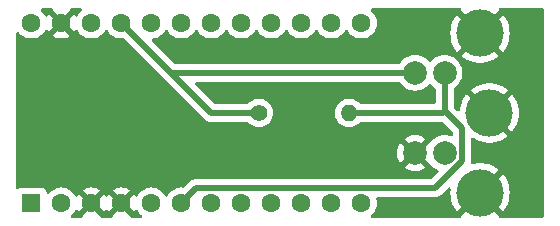
<source format=gtl>
G04 #@! TF.GenerationSoftware,KiCad,Pcbnew,8.0.3*
G04 #@! TF.CreationDate,2024-06-25T16:21:06+09:00*
G04 #@! TF.ProjectId,adb-usb-converter,6164622d-7573-4622-9d63-6f6e76657274,rev?*
G04 #@! TF.SameCoordinates,Original*
G04 #@! TF.FileFunction,Copper,L1,Top*
G04 #@! TF.FilePolarity,Positive*
%FSLAX46Y46*%
G04 Gerber Fmt 4.6, Leading zero omitted, Abs format (unit mm)*
G04 Created by KiCad (PCBNEW 8.0.3) date 2024-06-25 16:21:06*
%MOMM*%
%LPD*%
G01*
G04 APERTURE LIST*
G04 #@! TA.AperFunction,ComponentPad*
%ADD10C,4.000000*%
G04 #@! TD*
G04 #@! TA.AperFunction,ComponentPad*
%ADD11C,2.000000*%
G04 #@! TD*
G04 #@! TA.AperFunction,ComponentPad*
%ADD12C,1.400000*%
G04 #@! TD*
G04 #@! TA.AperFunction,ComponentPad*
%ADD13O,1.400000X1.400000*%
G04 #@! TD*
G04 #@! TA.AperFunction,ComponentPad*
%ADD14R,1.600000X1.600000*%
G04 #@! TD*
G04 #@! TA.AperFunction,ComponentPad*
%ADD15C,1.600000*%
G04 #@! TD*
G04 #@! TA.AperFunction,Conductor*
%ADD16C,0.500000*%
G04 #@! TD*
G04 APERTURE END LIST*
D10*
X144950000Y6750000D03*
X145750000Y0D03*
X144950000Y-6750000D03*
D11*
X141950000Y3400000D03*
X139450000Y3400000D03*
X141950000Y-3400000D03*
X139450000Y-3400000D03*
D12*
X126238000Y0D03*
D13*
X133858000Y0D03*
D14*
X106965001Y-7620000D03*
D15*
X109505001Y-7620000D03*
X112045001Y-7620000D03*
X114585001Y-7620000D03*
X117125001Y-7620000D03*
X119665001Y-7620000D03*
X122205001Y-7620000D03*
X124745001Y-7620000D03*
X127285001Y-7620000D03*
X129825001Y-7620000D03*
X132365001Y-7620000D03*
X134905001Y-7620000D03*
X134905001Y7620000D03*
X132365001Y7620000D03*
X129825001Y7620000D03*
X127285001Y7620000D03*
X124745001Y7620000D03*
X122205001Y7620000D03*
X119665001Y7620000D03*
X117125001Y7620000D03*
X114585001Y7620000D03*
X112045001Y7620000D03*
X109505001Y7620000D03*
X106965001Y7620000D03*
D16*
X122205001Y0D02*
X126238000Y0D01*
X114585001Y7620000D02*
X122205001Y0D01*
X139450000Y3400000D02*
X118805001Y3400000D01*
X118805001Y3400000D02*
X114585001Y7620000D01*
X120915002Y-6369999D02*
X119665001Y-7620000D01*
X133858000Y0D02*
X141776002Y0D01*
X141950000Y173998D02*
X143400001Y-1276003D01*
X141776002Y0D02*
X141950000Y173998D01*
X141126003Y-6369999D02*
X120915002Y-6369999D01*
X141950000Y3400000D02*
X141950000Y173998D01*
X143400001Y-4096001D02*
X141126003Y-6369999D01*
X143400001Y-1276003D02*
X143400001Y-4096001D01*
G04 #@! TA.AperFunction,Conductor*
G36*
X111532483Y-7832292D02*
G01*
X111604891Y-7957708D01*
X111707293Y-8060110D01*
X111832709Y-8132518D01*
X111879227Y-8144982D01*
X111317111Y-8707098D01*
X111318898Y-8727519D01*
X111304908Y-8797124D01*
X111255509Y-8848116D01*
X111193377Y-8864500D01*
X110408592Y-8864500D01*
X110340471Y-8844498D01*
X110293978Y-8790842D01*
X110283874Y-8720568D01*
X110313368Y-8655988D01*
X110336321Y-8635287D01*
X110339683Y-8632932D01*
X110349301Y-8626198D01*
X110511199Y-8464300D01*
X110642524Y-8276749D01*
X110661082Y-8236950D01*
X110707996Y-8183667D01*
X110776273Y-8164205D01*
X110844233Y-8184745D01*
X110889470Y-8236949D01*
X110907914Y-8276500D01*
X110907914Y-8276501D01*
X110957900Y-8347888D01*
X111520017Y-7785771D01*
X111532483Y-7832292D01*
G37*
G04 #@! TD.AperFunction*
G04 #@! TA.AperFunction,Conductor*
G36*
X114072483Y-7832292D02*
G01*
X114144891Y-7957708D01*
X114247293Y-8060110D01*
X114372709Y-8132518D01*
X114419227Y-8144982D01*
X113857111Y-8707098D01*
X113858898Y-8727519D01*
X113844908Y-8797124D01*
X113795509Y-8848116D01*
X113733377Y-8864500D01*
X112896624Y-8864500D01*
X112828503Y-8844498D01*
X112782010Y-8790842D01*
X112771103Y-8727519D01*
X112772889Y-8707097D01*
X112210774Y-8144982D01*
X112257293Y-8132518D01*
X112382709Y-8060110D01*
X112485111Y-7957708D01*
X112557519Y-7832292D01*
X112569983Y-7785773D01*
X113132098Y-8347888D01*
X113132100Y-8347888D01*
X113182089Y-8276497D01*
X113200806Y-8236359D01*
X113247723Y-8183074D01*
X113316000Y-8163613D01*
X113383960Y-8184155D01*
X113429196Y-8236359D01*
X113447914Y-8276501D01*
X113497900Y-8347888D01*
X114060017Y-7785771D01*
X114072483Y-7832292D01*
G37*
G04 #@! TD.AperFunction*
G04 #@! TA.AperFunction,Conductor*
G36*
X115672098Y-8347888D02*
G01*
X115672100Y-8347888D01*
X115722089Y-8276497D01*
X115740530Y-8236951D01*
X115787447Y-8183666D01*
X115855724Y-8164205D01*
X115923684Y-8184747D01*
X115968920Y-8236951D01*
X115987478Y-8276749D01*
X116118803Y-8464300D01*
X116280701Y-8626198D01*
X116280704Y-8626200D01*
X116293681Y-8635287D01*
X116338009Y-8690745D01*
X116345318Y-8761364D01*
X116313287Y-8824724D01*
X116252085Y-8860709D01*
X116221410Y-8864500D01*
X115436624Y-8864500D01*
X115368503Y-8844498D01*
X115322010Y-8790842D01*
X115311103Y-8727519D01*
X115312889Y-8707097D01*
X114750774Y-8144982D01*
X114797293Y-8132518D01*
X114922709Y-8060110D01*
X115025111Y-7957708D01*
X115097519Y-7832292D01*
X115109983Y-7785773D01*
X115672098Y-8347888D01*
G37*
G04 #@! TD.AperFunction*
G04 #@! TA.AperFunction,Conductor*
G36*
X142376565Y-6296283D02*
G01*
X142433401Y-6338830D01*
X142458212Y-6405350D01*
X142456712Y-6431038D01*
X142457352Y-6431119D01*
X142456854Y-6435055D01*
X142437041Y-6749993D01*
X142437041Y-6750006D01*
X142456854Y-7064944D01*
X142456856Y-7064961D01*
X142515989Y-7374942D01*
X142515992Y-7374955D01*
X142613509Y-7675079D01*
X142613513Y-7675088D01*
X142747875Y-7960622D01*
X142747882Y-7960636D01*
X142916969Y-8227075D01*
X142916971Y-8227078D01*
X143006042Y-8334746D01*
X143889621Y-7451167D01*
X143981298Y-7577349D01*
X144122651Y-7718702D01*
X144248831Y-7810377D01*
X143362522Y-8696686D01*
X143365035Y-8728614D01*
X143350439Y-8798094D01*
X143300596Y-8848654D01*
X143239423Y-8864500D01*
X135808592Y-8864500D01*
X135740471Y-8844498D01*
X135693978Y-8790842D01*
X135683874Y-8720568D01*
X135713368Y-8655988D01*
X135736321Y-8635287D01*
X135739683Y-8632932D01*
X135749301Y-8626198D01*
X135911199Y-8464300D01*
X136042524Y-8276749D01*
X136139285Y-8069243D01*
X136198544Y-7848087D01*
X136218499Y-7620000D01*
X136198544Y-7391913D01*
X136170462Y-7287110D01*
X136172152Y-7216133D01*
X136211946Y-7157338D01*
X136277211Y-7129390D01*
X136292169Y-7128499D01*
X141200704Y-7128499D01*
X141200708Y-7128499D01*
X141200709Y-7128499D01*
X141273979Y-7113924D01*
X141347250Y-7099350D01*
X141485287Y-7042173D01*
X141609518Y-6959165D01*
X142243441Y-6325241D01*
X142305750Y-6291219D01*
X142376565Y-6296283D01*
G37*
G04 #@! TD.AperFunction*
G04 #@! TA.AperFunction,Conductor*
G36*
X143307544Y8844498D02*
G01*
X143354037Y8790842D01*
X143365035Y8728614D01*
X143362522Y8696686D01*
X144248831Y7810377D01*
X144122651Y7718702D01*
X143981298Y7577349D01*
X143889621Y7451166D01*
X143006042Y8334746D01*
X143006041Y8334746D01*
X142916971Y8227078D01*
X142916969Y8227075D01*
X142747882Y7960636D01*
X142747875Y7960622D01*
X142613513Y7675088D01*
X142613509Y7675079D01*
X142515992Y7374955D01*
X142515989Y7374942D01*
X142456856Y7064961D01*
X142456854Y7064944D01*
X142437041Y6750006D01*
X142437041Y6749993D01*
X142456854Y6435055D01*
X142456856Y6435038D01*
X142515989Y6125057D01*
X142515992Y6125044D01*
X142613509Y5824920D01*
X142613513Y5824911D01*
X142747875Y5539377D01*
X142747882Y5539363D01*
X142916969Y5272924D01*
X142916972Y5272921D01*
X143006042Y5165252D01*
X143889622Y6048832D01*
X143981298Y5922651D01*
X144122651Y5781298D01*
X144248831Y5689622D01*
X143362522Y4803312D01*
X143362522Y4803310D01*
X143603486Y4628240D01*
X143880034Y4476207D01*
X144173460Y4360031D01*
X144173466Y4360029D01*
X144479103Y4281555D01*
X144479130Y4281550D01*
X144792195Y4242001D01*
X144792214Y4242000D01*
X145107786Y4242000D01*
X145107804Y4242001D01*
X145420869Y4281550D01*
X145420896Y4281555D01*
X145726533Y4360029D01*
X145726539Y4360031D01*
X146019965Y4476207D01*
X146296513Y4628240D01*
X146537476Y4803310D01*
X146537476Y4803311D01*
X145651166Y5689621D01*
X145777349Y5781298D01*
X145918702Y5922651D01*
X146010377Y6048831D01*
X146893956Y5165252D01*
X146893957Y5165252D01*
X146983028Y5272921D01*
X146983030Y5272924D01*
X147152117Y5539363D01*
X147152124Y5539377D01*
X147286486Y5824911D01*
X147286490Y5824920D01*
X147384007Y6125044D01*
X147384010Y6125057D01*
X147443143Y6435038D01*
X147443145Y6435055D01*
X147462959Y6749993D01*
X147462959Y6750006D01*
X147443145Y7064944D01*
X147443143Y7064961D01*
X147384010Y7374942D01*
X147384007Y7374955D01*
X147286490Y7675079D01*
X147286486Y7675088D01*
X147152124Y7960622D01*
X147152117Y7960636D01*
X146983033Y8227071D01*
X146983030Y8227075D01*
X146893956Y8334746D01*
X146010377Y7451167D01*
X145918702Y7577349D01*
X145777349Y7718702D01*
X145651168Y7810377D01*
X146537476Y8696686D01*
X146534964Y8728614D01*
X146549560Y8798094D01*
X146599403Y8848654D01*
X146660576Y8864500D01*
X150216500Y8864500D01*
X150284621Y8844498D01*
X150331114Y8790842D01*
X150342500Y8738500D01*
X150342500Y-8738500D01*
X150322498Y-8806621D01*
X150268842Y-8853114D01*
X150216500Y-8864500D01*
X146660576Y-8864500D01*
X146592455Y-8844498D01*
X146545962Y-8790842D01*
X146534964Y-8728614D01*
X146537476Y-8696686D01*
X145651168Y-7810377D01*
X145777349Y-7718702D01*
X145918702Y-7577349D01*
X146010377Y-7451167D01*
X146893956Y-8334746D01*
X146983030Y-8227075D01*
X146983033Y-8227071D01*
X147152117Y-7960636D01*
X147152124Y-7960622D01*
X147286486Y-7675088D01*
X147286490Y-7675079D01*
X147384007Y-7374955D01*
X147384010Y-7374942D01*
X147443143Y-7064961D01*
X147443145Y-7064944D01*
X147462959Y-6750006D01*
X147462959Y-6749993D01*
X147443145Y-6435055D01*
X147443143Y-6435038D01*
X147384010Y-6125057D01*
X147384007Y-6125044D01*
X147286490Y-5824920D01*
X147286486Y-5824911D01*
X147152124Y-5539377D01*
X147152117Y-5539363D01*
X146983030Y-5272924D01*
X146983028Y-5272921D01*
X146893956Y-5165252D01*
X146010377Y-6048831D01*
X145918702Y-5922651D01*
X145777349Y-5781298D01*
X145651167Y-5689621D01*
X146537476Y-4803312D01*
X146537476Y-4803310D01*
X146296513Y-4628240D01*
X146019965Y-4476207D01*
X145726539Y-4360031D01*
X145726533Y-4360029D01*
X145420896Y-4281555D01*
X145420869Y-4281550D01*
X145107804Y-4242001D01*
X145107786Y-4242000D01*
X144792214Y-4242000D01*
X144792195Y-4242001D01*
X144479130Y-4281550D01*
X144479118Y-4281552D01*
X144311996Y-4324462D01*
X144241041Y-4322029D01*
X144182665Y-4281621D01*
X144155402Y-4216067D01*
X144157083Y-4177834D01*
X144158501Y-4170706D01*
X144158501Y-4021296D01*
X144158501Y-2191055D01*
X144178503Y-2122934D01*
X144232159Y-2076441D01*
X144302433Y-2066337D01*
X144358563Y-2089119D01*
X144403491Y-2121762D01*
X144680034Y-2273792D01*
X144973460Y-2389968D01*
X144973466Y-2389970D01*
X145279103Y-2468444D01*
X145279130Y-2468449D01*
X145592195Y-2507998D01*
X145592214Y-2508000D01*
X145907786Y-2508000D01*
X145907804Y-2507998D01*
X146220869Y-2468449D01*
X146220896Y-2468444D01*
X146526533Y-2389970D01*
X146526539Y-2389968D01*
X146819965Y-2273792D01*
X147096512Y-2121759D01*
X147337476Y-1946688D01*
X147337476Y-1946686D01*
X146250000Y-859210D01*
X146250000Y-140790D01*
X147693956Y-1584746D01*
X147783030Y-1477075D01*
X147783033Y-1477071D01*
X147952117Y-1210636D01*
X147952124Y-1210622D01*
X148086486Y-925088D01*
X148086490Y-925079D01*
X148184007Y-624955D01*
X148184010Y-624942D01*
X148243143Y-314961D01*
X148243145Y-314944D01*
X148262959Y-6D01*
X148262959Y6D01*
X148243145Y314944D01*
X148243143Y314961D01*
X148184010Y624942D01*
X148184007Y624955D01*
X148086490Y925079D01*
X148086486Y925088D01*
X147952124Y1210622D01*
X147952117Y1210636D01*
X147783033Y1477071D01*
X147783030Y1477075D01*
X147693956Y1584746D01*
X146250000Y140790D01*
X146250000Y859209D01*
X147337476Y1946686D01*
X147337476Y1946688D01*
X147096512Y2121759D01*
X146819965Y2273792D01*
X146526539Y2389968D01*
X146526533Y2389970D01*
X146220896Y2468444D01*
X146220869Y2468449D01*
X145907804Y2507998D01*
X145907786Y2508000D01*
X145592214Y2508000D01*
X145592195Y2507998D01*
X145279130Y2468449D01*
X145279103Y2468444D01*
X144973466Y2389970D01*
X144973460Y2389968D01*
X144680034Y2273792D01*
X144403482Y2121756D01*
X144162522Y1946688D01*
X144162522Y1946686D01*
X145250000Y859208D01*
X145250000Y140789D01*
X143806042Y1584746D01*
X143806041Y1584746D01*
X143716971Y1477078D01*
X143716969Y1477075D01*
X143547882Y1210636D01*
X143547875Y1210622D01*
X143413513Y925088D01*
X143413509Y925079D01*
X143315992Y624955D01*
X143315989Y624942D01*
X143256856Y314961D01*
X143256854Y314945D01*
X143252173Y240534D01*
X143227933Y173804D01*
X143171464Y130772D01*
X143100694Y125101D01*
X143038093Y158591D01*
X143037545Y159133D01*
X142745402Y451276D01*
X142711379Y513586D01*
X142708500Y540369D01*
X142708500Y2025035D01*
X142728502Y2093156D01*
X142768663Y2132466D01*
X142839416Y2175824D01*
X142839417Y2175825D01*
X142839419Y2175826D01*
X143019969Y2330030D01*
X143174173Y2510580D01*
X143174174Y2510582D01*
X143174176Y2510584D01*
X143298240Y2713037D01*
X143389105Y2932406D01*
X143444535Y3163289D01*
X143463165Y3400000D01*
X143444535Y3636711D01*
X143389105Y3867594D01*
X143298240Y4086963D01*
X143174176Y4289416D01*
X143019969Y4469969D01*
X142839416Y4624176D01*
X142636963Y4748240D01*
X142417594Y4839105D01*
X142186711Y4894535D01*
X141950000Y4913165D01*
X141713289Y4894535D01*
X141482406Y4839105D01*
X141263037Y4748240D01*
X141060584Y4624176D01*
X141060582Y4624174D01*
X141060580Y4624173D01*
X140880030Y4469969D01*
X140795811Y4371360D01*
X140736361Y4332551D01*
X140665366Y4332043D01*
X140605367Y4369999D01*
X140604189Y4371360D01*
X140519969Y4469969D01*
X140512665Y4476207D01*
X140339416Y4624176D01*
X140136963Y4748240D01*
X139917594Y4839105D01*
X139686711Y4894535D01*
X139450000Y4913165D01*
X139213289Y4894535D01*
X138982406Y4839105D01*
X138763037Y4748240D01*
X138560584Y4624176D01*
X138560582Y4624174D01*
X138560580Y4624173D01*
X138380030Y4469969D01*
X138225826Y4289419D01*
X138225825Y4289417D01*
X138225824Y4289416D01*
X138182466Y4218663D01*
X138129820Y4171034D01*
X138075035Y4158500D01*
X119171372Y4158500D01*
X119103251Y4178502D01*
X119082282Y4195399D01*
X117174616Y6103064D01*
X117140594Y6165373D01*
X117145658Y6236188D01*
X117188205Y6293024D01*
X117252732Y6317676D01*
X117353082Y6326456D01*
X117353084Y6326456D01*
X117353088Y6326457D01*
X117520276Y6371255D01*
X117574241Y6385715D01*
X117574247Y6385717D01*
X117781750Y6482477D01*
X117969297Y6613799D01*
X117969303Y6613804D01*
X118131196Y6775697D01*
X118131199Y6775700D01*
X118262524Y6963251D01*
X118280806Y7002457D01*
X118327723Y7055742D01*
X118396000Y7075203D01*
X118463960Y7054661D01*
X118509196Y7002457D01*
X118527478Y6963250D01*
X118658800Y6775703D01*
X118658805Y6775697D01*
X118820698Y6613804D01*
X118820704Y6613799D01*
X119008251Y6482477D01*
X119215754Y6385717D01*
X119215760Y6385715D01*
X119435070Y6326951D01*
X119436914Y6326457D01*
X119665001Y6306502D01*
X119893088Y6326457D01*
X120020772Y6360670D01*
X120114241Y6385715D01*
X120114247Y6385717D01*
X120321750Y6482477D01*
X120509297Y6613799D01*
X120509303Y6613804D01*
X120671196Y6775697D01*
X120671199Y6775700D01*
X120802524Y6963251D01*
X120820806Y7002457D01*
X120867723Y7055742D01*
X120936000Y7075203D01*
X121003960Y7054661D01*
X121049196Y7002457D01*
X121067478Y6963250D01*
X121198800Y6775703D01*
X121198805Y6775697D01*
X121360698Y6613804D01*
X121360704Y6613799D01*
X121548251Y6482477D01*
X121755754Y6385717D01*
X121755760Y6385715D01*
X121975070Y6326951D01*
X121976914Y6326457D01*
X122205001Y6306502D01*
X122433088Y6326457D01*
X122560772Y6360670D01*
X122654241Y6385715D01*
X122654247Y6385717D01*
X122861750Y6482477D01*
X123049297Y6613799D01*
X123049303Y6613804D01*
X123211196Y6775697D01*
X123211199Y6775700D01*
X123342524Y6963251D01*
X123360806Y7002457D01*
X123407723Y7055742D01*
X123476000Y7075203D01*
X123543960Y7054661D01*
X123589196Y7002457D01*
X123607478Y6963250D01*
X123738800Y6775703D01*
X123738805Y6775697D01*
X123900698Y6613804D01*
X123900704Y6613799D01*
X124088251Y6482477D01*
X124295754Y6385717D01*
X124295760Y6385715D01*
X124515070Y6326951D01*
X124516914Y6326457D01*
X124745001Y6306502D01*
X124973088Y6326457D01*
X125100772Y6360670D01*
X125194241Y6385715D01*
X125194247Y6385717D01*
X125401750Y6482477D01*
X125589297Y6613799D01*
X125589303Y6613804D01*
X125751196Y6775697D01*
X125751199Y6775700D01*
X125882524Y6963251D01*
X125900806Y7002457D01*
X125947723Y7055742D01*
X126016000Y7075203D01*
X126083960Y7054661D01*
X126129196Y7002457D01*
X126147478Y6963250D01*
X126278800Y6775703D01*
X126278805Y6775697D01*
X126440698Y6613804D01*
X126440704Y6613799D01*
X126628251Y6482477D01*
X126835754Y6385717D01*
X126835760Y6385715D01*
X127055070Y6326951D01*
X127056914Y6326457D01*
X127285001Y6306502D01*
X127513088Y6326457D01*
X127640772Y6360670D01*
X127734241Y6385715D01*
X127734247Y6385717D01*
X127941750Y6482477D01*
X128129297Y6613799D01*
X128129303Y6613804D01*
X128291196Y6775697D01*
X128291199Y6775700D01*
X128422524Y6963251D01*
X128440806Y7002457D01*
X128487723Y7055742D01*
X128556000Y7075203D01*
X128623960Y7054661D01*
X128669196Y7002457D01*
X128687478Y6963250D01*
X128818800Y6775703D01*
X128818805Y6775697D01*
X128980698Y6613804D01*
X128980704Y6613799D01*
X129168251Y6482477D01*
X129375754Y6385717D01*
X129375760Y6385715D01*
X129595070Y6326951D01*
X129596914Y6326457D01*
X129825001Y6306502D01*
X130053088Y6326457D01*
X130180772Y6360670D01*
X130274241Y6385715D01*
X130274247Y6385717D01*
X130481750Y6482477D01*
X130669297Y6613799D01*
X130669303Y6613804D01*
X130831196Y6775697D01*
X130831199Y6775700D01*
X130962524Y6963251D01*
X130980806Y7002457D01*
X131027723Y7055742D01*
X131096000Y7075203D01*
X131163960Y7054661D01*
X131209196Y7002457D01*
X131227478Y6963250D01*
X131358800Y6775703D01*
X131358805Y6775697D01*
X131520698Y6613804D01*
X131520704Y6613799D01*
X131708251Y6482477D01*
X131915754Y6385717D01*
X131915760Y6385715D01*
X132135070Y6326951D01*
X132136914Y6326457D01*
X132365001Y6306502D01*
X132593088Y6326457D01*
X132720772Y6360670D01*
X132814241Y6385715D01*
X132814247Y6385717D01*
X133021750Y6482477D01*
X133209297Y6613799D01*
X133209303Y6613804D01*
X133371196Y6775697D01*
X133371199Y6775700D01*
X133502524Y6963251D01*
X133520806Y7002457D01*
X133567723Y7055742D01*
X133636000Y7075203D01*
X133703960Y7054661D01*
X133749196Y7002457D01*
X133767478Y6963250D01*
X133898800Y6775703D01*
X133898805Y6775697D01*
X134060698Y6613804D01*
X134060704Y6613799D01*
X134248251Y6482477D01*
X134455754Y6385717D01*
X134455760Y6385715D01*
X134675070Y6326951D01*
X134676914Y6326457D01*
X134905001Y6306502D01*
X135133088Y6326457D01*
X135260772Y6360670D01*
X135354241Y6385715D01*
X135354247Y6385717D01*
X135561750Y6482477D01*
X135749297Y6613799D01*
X135749303Y6613804D01*
X135911196Y6775697D01*
X135911199Y6775700D01*
X136042524Y6963251D01*
X136139285Y7170757D01*
X136198544Y7391913D01*
X136218499Y7620000D01*
X136198544Y7848087D01*
X136139285Y8069243D01*
X136042524Y8276749D01*
X135911199Y8464300D01*
X135749301Y8626198D01*
X135736321Y8635287D01*
X135691993Y8690745D01*
X135684684Y8761364D01*
X135716715Y8824724D01*
X135777917Y8860709D01*
X135808592Y8864500D01*
X143239423Y8864500D01*
X143307544Y8844498D01*
G37*
G04 #@! TD.AperFunction*
G04 #@! TA.AperFunction,Conductor*
G36*
X110592099Y6892110D02*
G01*
X110592101Y6892110D01*
X110642087Y6963498D01*
X110642089Y6963502D01*
X110660531Y7003049D01*
X110707448Y7056334D01*
X110775725Y7075794D01*
X110843685Y7055252D01*
X110888919Y7003049D01*
X110907476Y6963252D01*
X111038800Y6775703D01*
X111038805Y6775697D01*
X111200698Y6613804D01*
X111200704Y6613799D01*
X111388251Y6482477D01*
X111595754Y6385717D01*
X111595760Y6385715D01*
X111815070Y6326951D01*
X111816914Y6326457D01*
X112045001Y6306502D01*
X112273088Y6326457D01*
X112400772Y6360670D01*
X112494241Y6385715D01*
X112494247Y6385717D01*
X112701750Y6482477D01*
X112889297Y6613799D01*
X112889303Y6613804D01*
X113051196Y6775697D01*
X113051199Y6775700D01*
X113182524Y6963251D01*
X113200806Y7002457D01*
X113247723Y7055742D01*
X113316000Y7075203D01*
X113383960Y7054661D01*
X113429196Y7002457D01*
X113447478Y6963250D01*
X113578800Y6775703D01*
X113578805Y6775697D01*
X113740698Y6613804D01*
X113740704Y6613799D01*
X113928251Y6482477D01*
X114135754Y6385717D01*
X114135760Y6385715D01*
X114356914Y6326457D01*
X114585001Y6306502D01*
X114747914Y6320754D01*
X114817519Y6306764D01*
X114847990Y6284328D01*
X119932221Y1200099D01*
X121615835Y-483515D01*
X121615836Y-483516D01*
X121721485Y-589165D01*
X121845717Y-672174D01*
X121926577Y-705667D01*
X121983754Y-729351D01*
X122057023Y-743924D01*
X122057024Y-743925D01*
X122071599Y-746824D01*
X122130295Y-758500D01*
X122130296Y-758500D01*
X122279706Y-758500D01*
X125235232Y-758500D01*
X125303353Y-778502D01*
X125324327Y-795404D01*
X125458224Y-929301D01*
X125458227Y-929303D01*
X125458232Y-929307D01*
X125631438Y-1050587D01*
X125631441Y-1050588D01*
X125631442Y-1050589D01*
X125823090Y-1139956D01*
X126027345Y-1194686D01*
X126238000Y-1213116D01*
X126448655Y-1194686D01*
X126652910Y-1139956D01*
X126844558Y-1050589D01*
X127017776Y-929301D01*
X127167301Y-779776D01*
X127275707Y-624955D01*
X127288587Y-606561D01*
X127288587Y-606560D01*
X127288589Y-606558D01*
X127377956Y-414910D01*
X127432686Y-210655D01*
X127451116Y0D01*
X127432686Y210655D01*
X127377956Y414910D01*
X127288589Y606558D01*
X127275716Y624942D01*
X127258267Y649862D01*
X127167301Y779776D01*
X127017776Y929301D01*
X126844558Y1050589D01*
X126652910Y1139956D01*
X126448655Y1194686D01*
X126238000Y1213116D01*
X126027345Y1194686D01*
X125823090Y1139956D01*
X125631442Y1050589D01*
X125631438Y1050587D01*
X125458232Y929307D01*
X125458228Y929303D01*
X125458224Y929301D01*
X125345302Y816379D01*
X125324327Y795404D01*
X125262015Y761379D01*
X125235232Y758500D01*
X122571372Y758500D01*
X122503251Y778502D01*
X122482277Y795405D01*
X120851277Y2426405D01*
X120817251Y2488717D01*
X120822316Y2559532D01*
X120864863Y2616368D01*
X120931383Y2641179D01*
X120940372Y2641500D01*
X138075035Y2641500D01*
X138143156Y2621498D01*
X138182466Y2581336D01*
X138213648Y2530453D01*
X138225825Y2510582D01*
X138225826Y2510580D01*
X138380030Y2330030D01*
X138560580Y2175826D01*
X138560582Y2175825D01*
X138763038Y2051759D01*
X138982407Y1960894D01*
X139213289Y1905465D01*
X139450000Y1886835D01*
X139686711Y1905465D01*
X139759651Y1922976D01*
X139917592Y1960894D01*
X140136961Y2051759D01*
X140136963Y2051760D01*
X140339416Y2175824D01*
X140339417Y2175825D01*
X140339419Y2175826D01*
X140519966Y2330028D01*
X140604189Y2428640D01*
X140663640Y2467449D01*
X140734634Y2467955D01*
X140794633Y2429999D01*
X140795811Y2428640D01*
X140880033Y2330028D01*
X141060580Y2175826D01*
X141060582Y2175825D01*
X141060584Y2175824D01*
X141131336Y2132466D01*
X141178966Y2079820D01*
X141191500Y2025035D01*
X141191500Y884500D01*
X141171498Y816379D01*
X141117842Y769886D01*
X141065500Y758500D01*
X134860768Y758500D01*
X134792647Y778502D01*
X134771673Y795404D01*
X134750698Y816379D01*
X134637776Y929301D01*
X134464558Y1050589D01*
X134272910Y1139956D01*
X134068655Y1194686D01*
X133858000Y1213116D01*
X133647345Y1194686D01*
X133443090Y1139956D01*
X133251442Y1050589D01*
X133251438Y1050587D01*
X133078232Y929307D01*
X133078228Y929304D01*
X133078224Y929301D01*
X133078221Y929298D01*
X132928701Y779778D01*
X132928692Y779767D01*
X132807412Y606561D01*
X132764057Y513586D01*
X132718044Y414910D01*
X132663314Y210655D01*
X132644884Y0D01*
X132663314Y-210655D01*
X132691258Y-314944D01*
X132718043Y-414908D01*
X132718045Y-414912D01*
X132807412Y-606561D01*
X132928692Y-779767D01*
X132928696Y-779772D01*
X132928699Y-779776D01*
X133078224Y-929301D01*
X133078227Y-929303D01*
X133078232Y-929307D01*
X133251438Y-1050587D01*
X133251441Y-1050588D01*
X133251442Y-1050589D01*
X133443090Y-1139956D01*
X133647345Y-1194686D01*
X133858000Y-1213116D01*
X134068655Y-1194686D01*
X134272910Y-1139956D01*
X134464558Y-1050589D01*
X134637776Y-929301D01*
X134771673Y-795404D01*
X134833985Y-761379D01*
X134860768Y-758500D01*
X141701297Y-758500D01*
X141757627Y-758500D01*
X141825748Y-778502D01*
X141846722Y-795405D01*
X142604596Y-1553279D01*
X142638622Y-1615591D01*
X142641501Y-1642374D01*
X142641501Y-1865068D01*
X142621499Y-1933189D01*
X142567843Y-1979682D01*
X142497569Y-1989786D01*
X142467284Y-1981477D01*
X142417594Y-1960895D01*
X142358409Y-1946686D01*
X142186711Y-1905465D01*
X141950000Y-1886835D01*
X141713289Y-1905465D01*
X141482407Y-1960894D01*
X141263038Y-2051759D01*
X141060582Y-2175825D01*
X141060580Y-2175826D01*
X140880033Y-2330028D01*
X140753599Y-2478063D01*
X140694148Y-2516872D01*
X140692162Y-2517046D01*
X140041217Y-3167991D01*
X140012729Y-3099215D01*
X139943236Y-2995211D01*
X139854789Y-2906764D01*
X139750785Y-2837271D01*
X139682006Y-2808781D01*
X140323890Y-2166897D01*
X140323890Y-2166896D01*
X140136738Y-2052208D01*
X139917437Y-1961371D01*
X139686632Y-1905960D01*
X139450000Y-1887337D01*
X139213367Y-1905960D01*
X138982562Y-1961371D01*
X138763266Y-2052206D01*
X138576108Y-2166897D01*
X138576108Y-2166898D01*
X139217992Y-2808782D01*
X139149215Y-2837271D01*
X139045211Y-2906764D01*
X138956764Y-2995211D01*
X138887271Y-3099215D01*
X138858782Y-3167992D01*
X138216898Y-2526108D01*
X138216897Y-2526108D01*
X138102206Y-2713266D01*
X138011371Y-2932562D01*
X137955960Y-3163367D01*
X137937337Y-3400000D01*
X137955960Y-3636632D01*
X138011371Y-3867437D01*
X138102208Y-4086738D01*
X138216896Y-4273890D01*
X138216897Y-4273890D01*
X138858781Y-3632006D01*
X138887271Y-3700785D01*
X138956764Y-3804789D01*
X139045211Y-3893236D01*
X139149215Y-3962729D01*
X139217991Y-3991217D01*
X138576107Y-4633101D01*
X138576108Y-4633102D01*
X138763261Y-4747791D01*
X138982562Y-4838628D01*
X139213367Y-4894039D01*
X139450000Y-4912662D01*
X139686632Y-4894039D01*
X139917437Y-4838628D01*
X140136738Y-4747791D01*
X140323890Y-4633102D01*
X140323891Y-4633102D01*
X139682007Y-3991217D01*
X139750785Y-3962729D01*
X139854789Y-3893236D01*
X139943236Y-3804789D01*
X140012729Y-3700785D01*
X140041218Y-3632007D01*
X140696999Y-4287788D01*
X140712974Y-4290494D01*
X140753599Y-4321936D01*
X140880030Y-4469969D01*
X141060580Y-4624173D01*
X141060584Y-4624176D01*
X141263037Y-4748240D01*
X141380178Y-4796761D01*
X141435458Y-4841308D01*
X141457879Y-4908671D01*
X141440321Y-4977463D01*
X141421055Y-5002264D01*
X140848727Y-5574594D01*
X140786414Y-5608619D01*
X140759631Y-5611499D01*
X120840290Y-5611499D01*
X120767026Y-5626072D01*
X120767026Y-5626073D01*
X120693755Y-5640648D01*
X120693753Y-5640648D01*
X120693752Y-5640649D01*
X120693751Y-5640649D01*
X120636578Y-5664331D01*
X120555718Y-5697825D01*
X120555717Y-5697826D01*
X120431484Y-5780835D01*
X120431483Y-5780836D01*
X119927989Y-6284329D01*
X119865677Y-6318354D01*
X119827913Y-6320754D01*
X119665001Y-6306502D01*
X119436914Y-6326457D01*
X119215760Y-6385715D01*
X119215754Y-6385717D01*
X119008251Y-6482477D01*
X118820704Y-6613799D01*
X118820698Y-6613804D01*
X118658805Y-6775697D01*
X118658800Y-6775703D01*
X118527478Y-6963250D01*
X118509196Y-7002457D01*
X118462279Y-7055742D01*
X118394002Y-7075203D01*
X118326042Y-7054661D01*
X118280806Y-7002457D01*
X118278895Y-6998359D01*
X118262524Y-6963251D01*
X118131199Y-6775700D01*
X117969301Y-6613802D01*
X117853758Y-6532898D01*
X117781750Y-6482477D01*
X117574247Y-6385717D01*
X117574241Y-6385715D01*
X117399264Y-6338830D01*
X117353088Y-6326457D01*
X117125001Y-6306502D01*
X116896914Y-6326457D01*
X116675760Y-6385715D01*
X116675754Y-6385717D01*
X116468251Y-6482477D01*
X116280704Y-6613799D01*
X116280698Y-6613804D01*
X116118805Y-6775697D01*
X116118800Y-6775703D01*
X115987476Y-6963252D01*
X115968919Y-7003049D01*
X115922002Y-7056333D01*
X115853725Y-7075794D01*
X115785765Y-7055252D01*
X115740531Y-7003049D01*
X115722089Y-6963502D01*
X115722087Y-6963498D01*
X115672101Y-6892110D01*
X115672099Y-6892110D01*
X115109983Y-7454226D01*
X115097519Y-7407708D01*
X115025111Y-7282292D01*
X114922709Y-7179890D01*
X114797293Y-7107482D01*
X114750773Y-7095016D01*
X115312889Y-6532899D01*
X115312889Y-6532898D01*
X115241502Y-6482913D01*
X115034074Y-6386188D01*
X115034069Y-6386186D01*
X114813001Y-6326951D01*
X114813005Y-6326951D01*
X114585001Y-6307004D01*
X114356998Y-6326951D01*
X114135932Y-6386186D01*
X114135927Y-6386188D01*
X113928501Y-6482913D01*
X113857110Y-6532900D01*
X114419227Y-7095017D01*
X114372709Y-7107482D01*
X114247293Y-7179890D01*
X114144891Y-7282292D01*
X114072483Y-7407708D01*
X114060018Y-7454226D01*
X113497901Y-6892109D01*
X113447913Y-6963501D01*
X113447912Y-6963503D01*
X113429195Y-7003642D01*
X113382278Y-7056926D01*
X113314001Y-7076387D01*
X113246041Y-7055845D01*
X113200806Y-7003641D01*
X113182087Y-6963498D01*
X113132101Y-6892110D01*
X113132099Y-6892110D01*
X112569983Y-7454226D01*
X112557519Y-7407708D01*
X112485111Y-7282292D01*
X112382709Y-7179890D01*
X112257293Y-7107482D01*
X112210773Y-7095016D01*
X112772889Y-6532899D01*
X112772889Y-6532898D01*
X112701502Y-6482913D01*
X112494074Y-6386188D01*
X112494069Y-6386186D01*
X112273001Y-6326951D01*
X112273005Y-6326951D01*
X112045001Y-6307004D01*
X111816998Y-6326951D01*
X111595932Y-6386186D01*
X111595927Y-6386188D01*
X111388501Y-6482913D01*
X111317110Y-6532900D01*
X111879227Y-7095017D01*
X111832709Y-7107482D01*
X111707293Y-7179890D01*
X111604891Y-7282292D01*
X111532483Y-7407708D01*
X111520018Y-7454226D01*
X110957901Y-6892109D01*
X110907913Y-6963501D01*
X110907912Y-6963503D01*
X110889471Y-7003050D01*
X110842554Y-7056335D01*
X110774277Y-7075795D01*
X110706317Y-7055253D01*
X110661082Y-7003049D01*
X110660741Y-7002318D01*
X110642524Y-6963251D01*
X110511199Y-6775700D01*
X110349301Y-6613802D01*
X110233758Y-6532898D01*
X110161750Y-6482477D01*
X109954247Y-6385717D01*
X109954241Y-6385715D01*
X109779264Y-6338830D01*
X109733088Y-6326457D01*
X109505001Y-6306502D01*
X109276914Y-6326457D01*
X109055760Y-6385715D01*
X109055754Y-6385717D01*
X108848251Y-6482477D01*
X108660704Y-6613799D01*
X108660698Y-6613804D01*
X108498805Y-6775697D01*
X108498796Y-6775708D01*
X108496484Y-6779010D01*
X108441022Y-6823333D01*
X108370402Y-6830635D01*
X108307045Y-6798598D01*
X108271066Y-6737393D01*
X108268000Y-6720198D01*
X108266990Y-6710799D01*
X108215890Y-6573796D01*
X108215889Y-6573794D01*
X108215888Y-6573792D01*
X108128262Y-6456738D01*
X108011208Y-6369112D01*
X108011203Y-6369110D01*
X107874205Y-6318011D01*
X107874197Y-6318009D01*
X107813650Y-6311500D01*
X107813639Y-6311500D01*
X106116363Y-6311500D01*
X106116351Y-6311500D01*
X106055804Y-6318009D01*
X106055796Y-6318011D01*
X105918798Y-6369110D01*
X105918793Y-6369113D01*
X105891009Y-6389912D01*
X105824488Y-6414723D01*
X105755114Y-6399631D01*
X105704912Y-6349429D01*
X105689500Y-6289044D01*
X105689500Y6760683D01*
X105709502Y6828804D01*
X105763158Y6875297D01*
X105833432Y6885401D01*
X105898012Y6855907D01*
X105918713Y6832954D01*
X105958800Y6775703D01*
X105958805Y6775697D01*
X106120698Y6613804D01*
X106120704Y6613799D01*
X106308251Y6482477D01*
X106515754Y6385717D01*
X106515760Y6385715D01*
X106735070Y6326951D01*
X106736914Y6326457D01*
X106965001Y6306502D01*
X107193088Y6326457D01*
X107320772Y6360670D01*
X107414241Y6385715D01*
X107414247Y6385717D01*
X107621750Y6482477D01*
X107809297Y6613799D01*
X107809303Y6613804D01*
X107971196Y6775697D01*
X107971199Y6775700D01*
X108102524Y6963251D01*
X108121082Y7003049D01*
X108167999Y7056334D01*
X108236276Y7075795D01*
X108304236Y7055253D01*
X108349471Y7003050D01*
X108367912Y6963503D01*
X108367913Y6963501D01*
X108417901Y6892109D01*
X108980018Y7454226D01*
X108992483Y7407708D01*
X109064891Y7282292D01*
X109167293Y7179890D01*
X109292709Y7107482D01*
X109339227Y7095017D01*
X108777110Y6532900D01*
X108848501Y6482913D01*
X109055927Y6386188D01*
X109055932Y6386186D01*
X109277000Y6326951D01*
X109276996Y6326951D01*
X109505001Y6307004D01*
X109733003Y6326951D01*
X109954069Y6386186D01*
X109954074Y6386188D01*
X110161502Y6482913D01*
X110232889Y6532898D01*
X110232889Y6532899D01*
X109670773Y7095016D01*
X109717293Y7107482D01*
X109842709Y7179890D01*
X109945111Y7282292D01*
X110017519Y7407708D01*
X110029983Y7454226D01*
X110592099Y6892110D01*
G37*
G04 #@! TD.AperFunction*
G04 #@! TA.AperFunction,Conductor*
G36*
X108721498Y8844498D02*
G01*
X108767991Y8790842D01*
X108778898Y8727519D01*
X108777111Y8707098D01*
X109339227Y8144982D01*
X109292709Y8132518D01*
X109167293Y8060110D01*
X109064891Y7957708D01*
X108992483Y7832292D01*
X108980017Y7785771D01*
X108417900Y8347888D01*
X108417899Y8347888D01*
X108367914Y8276501D01*
X108367914Y8276500D01*
X108349470Y8236949D01*
X108302552Y8183665D01*
X108234274Y8164205D01*
X108166315Y8184748D01*
X108121082Y8236951D01*
X108102524Y8276749D01*
X107971199Y8464300D01*
X107809301Y8626198D01*
X107796321Y8635287D01*
X107751993Y8690745D01*
X107744684Y8761364D01*
X107776715Y8824724D01*
X107837917Y8860709D01*
X107868592Y8864500D01*
X108653377Y8864500D01*
X108721498Y8844498D01*
G37*
G04 #@! TD.AperFunction*
G04 #@! TA.AperFunction,Conductor*
G36*
X111209531Y8844498D02*
G01*
X111256024Y8790842D01*
X111266128Y8720568D01*
X111236634Y8655988D01*
X111213681Y8635287D01*
X111200701Y8626198D01*
X111200698Y8626195D01*
X111038805Y8464302D01*
X111038800Y8464296D01*
X110907478Y8276749D01*
X110888920Y8236951D01*
X110842003Y8183666D01*
X110773726Y8164205D01*
X110705766Y8184747D01*
X110660530Y8236951D01*
X110642089Y8276497D01*
X110592100Y8347888D01*
X110592098Y8347888D01*
X110029983Y7785773D01*
X110017519Y7832292D01*
X109945111Y7957708D01*
X109842709Y8060110D01*
X109717293Y8132518D01*
X109670774Y8144982D01*
X110232889Y8707097D01*
X110231103Y8727519D01*
X110245093Y8797124D01*
X110294492Y8848116D01*
X110356624Y8864500D01*
X111141410Y8864500D01*
X111209531Y8844498D01*
G37*
G04 #@! TD.AperFunction*
M02*

</source>
